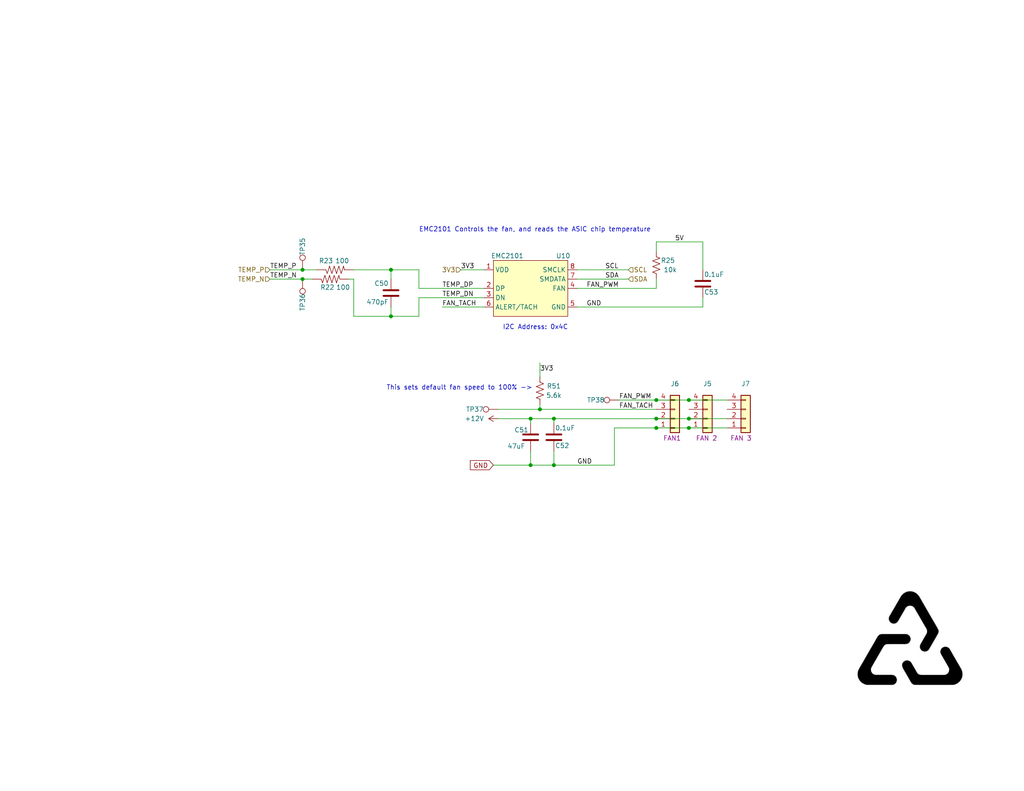
<source format=kicad_sch>
(kicad_sch (version 20250114) (generator "eeschema") (generator_version "9.0")
  (paper "A")
  (title_block (title "bitaxeGamma 605 Kit") (date "2025-12-20") (rev "605 A01") (company "Oconical") (comment 1 "12VDC  input. Larger Parts For Eductional Soldering Kit ") (comment 2 "Uses Socket 115x CPU Heat Sink") (comment 3 "Added external 5V regulator for better dissipatioin of U2") (comment 4 "Added 5V regulator to logic circuit ") (comment 5 "12V fan. Enhanced power filtering."))
  (lib_symbols
    (symbol "Connector:TestPoint" (pin_numbers (hide yes)) (pin_names (offset 0.762) (hide yes))
      (property "Reference" "TP" (at 0 6.858 0))
      (property "Value" "TestPoint" (at 0 5.08 0))
      (symbol "TestPoint_0_1"
        (circle (center 0 3.302) (radius 0.762))
      )
      (symbol "TestPoint_1_1"
        (pin passive line (at 0 0 90) (length 2.54) (name "1") (number "1"))
      )
    )
    (symbol "Connector_Generic:Conn_01x04" (pin_names (offset 1.016) (hide yes))
      (property "Reference" "J" (at 0 5.08 0))
      (property "Value" "Conn_01x04" (at 0 -7.62 0))
      (symbol "Conn_01x04_1_1"
        (rectangle (start -1.27 3.81) (end 1.27 -6.35) (stroke (width 0.254)) (fill (type background)))
        (rectangle (start -1.27 2.667) (end 0 2.413) (stroke (width 0.1524)))
        (rectangle (start -1.27 0.127) (end 0 -0.127) (stroke (width 0.1524)))
        (rectangle (start -1.27 -2.413) (end 0 -2.667) (stroke (width 0.1524)))
        (rectangle (start -1.27 -4.953) (end 0 -5.207) (stroke (width 0.1524)))
        (pin passive line (at -5.08 2.54 0) (length 3.81) (name "Pin_1") (number "1"))
        (pin passive line (at -5.08 0 0) (length 3.81) (name "Pin_2") (number "2"))
        (pin passive line (at -5.08 -2.54 0) (length 3.81) (name "Pin_3") (number "3"))
        (pin passive line (at -5.08 -5.08 0) (length 3.81) (name "Pin_4") (number "4"))
      )
    )
    (symbol "DayMiner-eagle-import:RESISTOR0402-RES"
      (property "Reference" "R" (at -3.81 1.4986 0))
      (property "Value" "RESISTOR0402-RES" (at -3.81 -3.302 0))
      (symbol "RESISTOR0402-RES_1_0"
        (polyline (pts (xy -2.54 0) (xy -2.159 1.016)) (stroke (width 0.1524)))
        (polyline (pts (xy -2.159 1.016) (xy -1.524 -1.016)) (stroke (width 0.1524)))
        (polyline (pts (xy -1.524 -1.016) (xy -0.889 1.016)) (stroke (width 0.1524)))
        (polyline (pts (xy -0.889 1.016) (xy -0.254 -1.016)) (stroke (width 0.1524)))
        (polyline (pts (xy -0.254 -1.016) (xy 0.381 1.016)) (stroke (width 0.1524)))
        (polyline (pts (xy 0.381 1.016) (xy 1.016 -1.016)) (stroke (width 0.1524)))
        (polyline (pts (xy 1.016 -1.016) (xy 1.651 1.016)) (stroke (width 0.1524)))
        (polyline (pts (xy 1.651 1.016) (xy 2.286 -1.016)) (stroke (width 0.1524)))
        (polyline (pts (xy 2.286 -1.016) (xy 2.54 0)) (stroke (width 0.1524)))
        (pin passive line (at -5.08 0 0) (length 2.54) (name "1") (number "1"))
        (pin passive line (at 5.08 0 180) (length 2.54) (name "2") (number "2"))
      )
    )
    (symbol "Device:C" (pin_numbers (hide yes)) (pin_names (offset 0.254))
      (property "Reference" "C" (at 0.635 2.54 0))
      (property "Value" "C" (at 0.635 -2.54 0))
      (symbol "C_0_1"
        (polyline (pts (xy -2.032 0.762) (xy 2.032 0.762)) (stroke (width 0.508)))
        (polyline (pts (xy -2.032 -0.762) (xy 2.032 -0.762)) (stroke (width 0.508)))
      )
      (symbol "C_1_1"
        (pin passive line (at 0 3.81 270) (length 2.794) (name "~") (number "1"))
        (pin passive line (at 0 -3.81 90) (length 2.794) (name "~") (number "2"))
      )
    )
    (symbol "Device:R_US" (pin_numbers (hide yes)) (pin_names (offset 0))
      (property "Reference" "R" (at 2.54 0 90))
      (property "Value" "R_US" (at -2.54 0 90))
      (symbol "R_US_0_1"
        (polyline (pts (xy 0 2.286) (xy 0 2.54)))
        (polyline (pts (xy 0 2.286) (xy 1.016 1.905) (xy 0 1.524) (xy -1.016 1.143) (xy 0 0.762)))
        (polyline (pts (xy 0 0.762) (xy 1.016 0.381) (xy 0 0) (xy -1.016 -0.381) (xy 0 -0.762)))
        (polyline (pts (xy 0 -0.762) (xy 1.016 -1.143) (xy 0 -1.524) (xy -1.016 -1.905) (xy 0 -2.286)))
        (polyline (pts (xy 0 -2.286) (xy 0 -2.54)))
      )
      (symbol "R_US_1_1"
        (pin passive line (at 0 3.81 270) (length 1.27) (name "~") (number "1"))
        (pin passive line (at 0 -3.81 90) (length 1.27) (name "~") (number "2"))
      )
    )
    (symbol "PCM_4ms_Power-symbol:+12V" (power) (pin_names (offset 0))
      (property "Value" "+12V" (at 0 3.556 0))
      (symbol "+12V_0_1"
        (polyline (pts (xy -0.762 1.27) (xy 0 2.54)))
        (polyline (pts (xy 0 2.54) (xy 0.762 1.27)))
        (polyline (pts (xy 0 0) (xy 0 2.54)))
      )
      (symbol "+12V_1_1"
        (pin power_in line (at 0 0 90) (length 0) (hide yes) (name "+12V") (number "1"))
      )
    )
    (symbol "bitaxe:EMC2101"
      (property "Reference" "U7" (at 8.89 8.89 0))
      (property "Value" "EMC2101" (at -6.35 8.89 0))
      (symbol "EMC2101_0_1"
        (rectangle (start -10.16 7.62) (end 10.16 -7.62) (stroke (width 0.1524)) (fill (type background)))
      )
      (symbol "EMC2101_1_1"
        (pin power_in line (at -12.7 5.08 0) (length 2.54) (name "VDD") (number "1"))
        (pin input line (at -12.7 0 0) (length 2.54) (name "DP") (number "2"))
        (pin input line (at -12.7 -2.54 0) (length 2.54) (name "DN") (number "3"))
        (pin input line (at -12.7 -5.08 0) (length 2.54) (name "ALERT/TACH") (number "6"))
        (pin input line (at 12.7 5.08 180) (length 2.54) (name "SMCLK") (number "8"))
        (pin input line (at 12.7 2.54 180) (length 2.54) (name "SMDATA") (number "7"))
        (pin output line (at 12.7 0 180) (length 2.54) (name "FAN") (number "4"))
        (pin power_in line (at 12.7 -5.08 180) (length 2.54) (name "GND") (number "5"))
      )
    )
  )
  (text "EMC2101 Controls the fan, and reads the ASIC chip temperature" (at 114.3 63.5 0) (effects (font (size 1.27 1.27)) (justify left bottom)))
  (text "This sets default fan speed to 100% ->" (at 105.41 106.68 0) (effects (font (size 1.27 1.27)) (justify left bottom)))
  (text "I2C Address: 0x4C" (at 137.16 90.17 0) (effects (font (size 1.27 1.27)) (justify left bottom)))
  (junction (at 179.07 109.22))
  (junction (at 82.55 73.66))
  (junction (at 187.96 109.22))
  (junction (at 82.55 76.2))
  (junction (at 151.13 114.3))
  (junction (at 179.07 116.84))
  (junction (at 187.96 114.3))
  (junction (at 106.68 86.36))
  (junction (at 147.32 111.76))
  (junction (at 144.78 114.3))
  (junction (at 187.96 116.84))
  (junction (at 106.68 73.66))
  (junction (at 179.07 114.3))
  (junction (at 144.78 127))
  (junction (at 151.13 127))
  (wire (pts (xy 157.48 73.66) (xy 171.45 73.66)))
  (wire (pts (xy 144.78 123.19) (xy 144.78 127)))
  (wire (pts (xy 132.08 78.74) (xy 114.3 78.74)))
  (wire (pts (xy 151.13 127) (xy 167.64 127)))
  (wire (pts (xy 135.89 111.76) (xy 147.32 111.76)))
  (wire (pts (xy 144.78 127) (xy 151.13 127)))
  (wire (pts (xy 179.07 66.04) (xy 191.77 66.04)))
  (wire (pts (xy 167.64 116.84) (xy 167.64 127)))
  (wire (pts (xy 168.91 109.22) (xy 179.07 109.22)))
  (wire (pts (xy 179.07 114.3) (xy 187.96 114.3)))
  (wire (pts (xy 120.65 83.82) (xy 132.08 83.82)))
  (wire (pts (xy 147.32 111.76) (xy 179.07 111.76)))
  (wire (pts (xy 187.96 109.22) (xy 198.374 109.22)))
  (wire (pts (xy 157.48 76.2) (xy 171.45 76.2)))
  (wire (pts (xy 144.78 114.3) (xy 151.13 114.3)))
  (wire (pts (xy 187.96 116.84) (xy 198.374 116.84)))
  (wire (pts (xy 179.07 109.22) (xy 187.96 109.22)))
  (wire (pts (xy 114.3 81.28) (xy 114.3 86.36)))
  (wire (pts (xy 125.73 73.66) (xy 132.08 73.66)))
  (wire (pts (xy 187.96 114.3) (xy 198.374 114.3)))
  (wire (pts (xy 179.07 116.84) (xy 187.96 116.84)))
  (wire (pts (xy 191.77 81.28) (xy 191.77 83.82)))
  (wire (pts (xy 82.55 73.66) (xy 86.36 73.66)))
  (wire (pts (xy 191.77 66.04) (xy 191.77 73.66)))
  (wire (pts (xy 96.52 86.36) (xy 106.68 86.36)))
  (wire (pts (xy 179.07 66.04) (xy 179.07 68.58)))
  (wire (pts (xy 96.52 76.2) (xy 96.52 86.36)))
  (wire (pts (xy 151.13 114.3) (xy 179.07 114.3)))
  (wire (pts (xy 114.3 73.66) (xy 106.68 73.66)))
  (wire (pts (xy 151.13 114.3) (xy 151.13 115.57)))
  (wire (pts (xy 114.3 86.36) (xy 106.68 86.36)))
  (wire (pts (xy 179.07 78.74) (xy 179.07 76.2)))
  (wire (pts (xy 167.64 116.84) (xy 179.07 116.84)))
  (wire (pts (xy 96.52 76.2) (xy 95.25 76.2)))
  (wire (pts (xy 157.48 83.82) (xy 191.77 83.82)))
  (wire (pts (xy 82.55 76.2) (xy 85.09 76.2)))
  (wire (pts (xy 147.32 110.49) (xy 147.32 111.76)))
  (wire (pts (xy 132.08 81.28) (xy 114.3 81.28)))
  (wire (pts (xy 106.68 73.66) (xy 106.68 76.2)))
  (wire (pts (xy 157.48 78.74) (xy 179.07 78.74)))
  (wire (pts (xy 135.89 114.3) (xy 144.78 114.3)))
  (wire (pts (xy 134.62 127) (xy 144.78 127)))
  (wire (pts (xy 144.78 114.3) (xy 144.78 115.57)))
  (wire (pts (xy 114.3 78.74) (xy 114.3 73.66)))
  (wire (pts (xy 106.68 83.82) (xy 106.68 86.36)))
  (wire (pts (xy 73.66 76.2) (xy 82.55 76.2)))
  (wire (pts (xy 147.32 99.06) (xy 147.32 102.87)))
  (wire (pts (xy 106.68 73.66) (xy 96.52 73.66)))
  (wire (pts (xy 151.13 123.19) (xy 151.13 127)))
  (wire (pts (xy 73.66 73.66) (xy 82.55 73.66)))
  (image (at 246.38 174.244) (scale 0.799554))
  (label "5V" (at 184.15 66.04 0))
  (label "FAN_PWM" (at 160.02 78.74 0))
  (label "TEMP_DN" (at 120.65 81.28 0))
  (label "GND" (at 160.02 83.82 0))
  (label "TEMP_P" (at 73.66 73.66 0))
  (label "SCL" (at 165.1 73.66 0))
  (label "3V3" (at 147.32 101.6 0))
  (label "FAN_TACH" (at 120.65 83.82 0))
  (label "GND" (at 157.48 127 0))
  (label "FAN_PWM" (at 168.91 109.22 0))
  (label "3V3" (at 125.73 73.66 0))
  (label "SDA" (at 165.1 76.2 0))
  (label "TEMP_DP" (at 120.65 78.74 0))
  (label "TEMP_N" (at 73.66 76.2 0))
  (label "FAN_TACH" (at 168.91 111.76 0))
  (global_label "GND" (shape input) (at 134.62 127 180) (property "Intersheetrefs" "${INTERSHEET_REFS}" (effects (hide yes))))
  (hierarchical_label "TEMP_P" (shape input) (at 73.66 73.66 180))
  (hierarchical_label "TEMP_N" (shape input) (at 73.66 76.2 180))
  (hierarchical_label "SCL" (shape input) (at 171.45 73.66 0))
  (hierarchical_label "3V3" (shape input) (at 125.73 73.66 180))
  (hierarchical_label "SDA" (shape input) (at 171.45 76.2 0))
  (symbol (lib_id "Connector_Generic:Conn_01x04") (at 203.454 114.3 0) (mirror x) (unit 1)
    (property "Reference" "J7" (at 203.454 104.775 0))
    (property "Value" "Conn_01x04" (effects (hide yes)))
    (property "Footprint" "bitaxe:470531000" (effects (hide yes)))
    (property "Description" "FAN 3" (at 202.184 119.634 0))
    (property "PARTNO" "0470531000" (effects (hide yes)))
    (property "DK" "WM4330-ND" (effects (hide yes)))
  )
  (symbol (lib_id "Connector:TestPoint") (at 168.91 109.22 90) (mirror x) (unit 1) (in_bom no)
    (property "Reference" "TP38" (at 162.56 109.22 90))
    (property "Value" "TestPoint" (effects (hide yes)))
    (property "Footprint" "TestPoint:TestPoint_Pad_D1.5mm" (effects (hide yes)))
  )
  (symbol (lib_id "Device:R_US") (at 147.32 106.68 180) (unit 1)
    (property "Reference" "R51" (at 151.13 105.41 0))
    (property "Value" "5.6k" (at 151.13 107.95 0))
    (property "Footprint" "Resistor_SMD:R_0805_2012Metric_Pad1.20x1.40mm_HandSolder" (effects (hide yes)))
    (property "DK" "541-3221-1-ND" (effects (hide yes)))
    (property "PARTNO" "TNPW08055K60BEEA" (effects (hide yes)))
  )
  (symbol (lib_id "PCM_4ms_Power-symbol:+12V") (at 135.89 114.3 90) (unit 1)
    (property "Reference" "#PWR012" (effects (hide yes)))
    (property "Value" "+12V" (at 132.08 114.2999 90) (effects (justify left)))
  )
  (symbol (lib_id "Device:C") (at 151.13 119.38 0) (unit 1)
    (property "Reference" "C52" (at 153.416 121.666 0))
    (property "Value" "0.1uF" (at 154.178 116.84 0))
    (property "Footprint" "Capacitor_SMD:C_1206_3216Metric_Pad1.33x1.80mm_HandSolder" (effects (hide yes)))
    (property "Description" "CAP1206 COG .1UF 5% 50V" (effects (hide yes)))
    (property "DK" "4713-GMC31CG104J50NTCT" (effects (hide yes)))
    (property "PARTNO" "GMC31CG104J50NT" (effects (hide yes)))
  )
  (symbol (lib_id "Device:C") (at 106.68 80.01 0) (mirror y) (unit 1)
    (property "Reference" "C50" (at 106.045 78.105 0) (effects (justify left bottom)))
    (property "Value" "470pF" (at 106.045 83.185 0) (effects (justify left bottom)))
    (property "Footprint" "Capacitor_SMD:C_0805_2012Metric_Pad1.18x1.45mm_HandSolder" (effects (hide yes)))
    (property "DK" "4713-GMC21CG471K25NTCT-ND" (effects (hide yes)))
    (property "PARTNO" "GMC21CG471K25NT" (effects (hide yes)))
  )
  (symbol (lib_id "Device:C") (at 144.78 119.38 0) (unit 1)
    (property "Reference" "C51" (at 140.335 118.11 0) (effects (justify left bottom)))
    (property "Value" "47uF" (at 138.43 122.555 0) (effects (justify left bottom)))
    (property "Footprint" "Capacitor_SMD:C_1210_3225Metric" (effects (hide yes)))
    (property "DK" "1276-3376-1-ND" (effects (hide yes)))
    (property "PARTNO" "CL32A476KOJNNNE" (effects (hide yes)))
  )
  (symbol (lib_id "Connector_Generic:Conn_01x04") (at 193.04 114.3 0) (mirror x) (unit 1)
    (property "Reference" "J5" (at 193.04 104.775 0))
    (property "Value" "Conn_01x04" (effects (hide yes)))
    (property "Footprint" "bitaxe:470531000" (effects (hide yes)))
    (property "Description" "FAN 2" (at 192.786 119.634 0))
    (property "PARTNO" "0470531000" (effects (hide yes)))
    (property "DK" "WM4330-ND" (effects (hide yes)))
  )
  (symbol (lib_id "Connector:TestPoint") (at 82.55 73.66 0) (unit 1) (in_bom no)
    (property "Reference" "TP35" (at 82.55 67.31 90))
    (property "Value" "TestPoint" (effects (hide yes)))
    (property "Footprint" "TestPoint:TestPoint_Pad_D1.5mm" (effects (hide yes)))
  )
  (symbol (lib_id "Connector_Generic:Conn_01x04") (at 184.15 114.3 0) (mirror x) (unit 1)
    (property "Reference" "J6" (at 184.15 104.775 0))
    (property "Value" "Conn_01x04" (effects (hide yes)))
    (property "Footprint" "bitaxe:470531000" (effects (hide yes)))
    (property "Description" "FAN1" (at 183.388 119.634 0))
    (property "PARTNO" "0470531000" (effects (hide yes)))
    (property "DK" "WM4330-ND" (effects (hide yes)))
  )
  (symbol (lib_id "Connector:TestPoint") (at 82.55 76.2 180) (unit 1) (in_bom no)
    (property "Reference" "TP36" (at 82.55 82.55 90))
    (property "Value" "TestPoint" (effects (hide yes)))
    (property "Footprint" "TestPoint:TestPoint_Pad_D1.5mm" (effects (hide yes)))
  )
  (symbol (lib_id "DayMiner-eagle-import:RESISTOR0402-RES") (at 91.44 73.66 0) (mirror x) (unit 1)
    (property "Reference" "R23" (at 86.995 70.485 0) (effects (justify left bottom)))
    (property "Value" "100" (at 91.44 70.485 0) (effects (justify left bottom)))
    (property "Footprint" "Resistor_SMD:R_0805_2012Metric_Pad1.20x1.40mm_HandSolder" (effects (hide yes)))
    (property "DK" "541-4374-1-ND " (effects (hide yes)))
    (property "PARTNO" "TNPW0805100RFEEA" (effects (hide yes)))
  )
  (symbol (lib_id "Device:C") (at 191.77 77.47 0) (unit 1)
    (property "Reference" "C53" (at 194.056 79.756 0))
    (property "Value" "0.1uF" (at 194.818 74.93 0))
    (property "Footprint" "Capacitor_SMD:C_1206_3216Metric_Pad1.33x1.80mm_HandSolder" (effects (hide yes)))
    (property "Description" "CAP1206 COG .1UF 5% 50V" (effects (hide yes)))
    (property "DK" "4713-GMC31CG104J50NTCT" (effects (hide yes)))
    (property "PARTNO" "GMC31CG104J50NT" (effects (hide yes)))
  )
  (symbol (lib_id "Connector:TestPoint") (at 135.89 111.76 90) (mirror x) (unit 1) (in_bom no)
    (property "Reference" "TP37" (at 129.54 111.76 90))
    (property "Value" "TestPoint" (effects (hide yes)))
    (property "Footprint" "TestPoint:TestPoint_Pad_D1.5mm" (effects (hide yes)))
  )
  (symbol (lib_id "DayMiner-eagle-import:RESISTOR0402-RES") (at 90.17 76.2 0) (mirror x) (unit 1)
    (property "Reference" "R22" (at 87.376 77.724 0) (effects (justify left bottom)))
    (property "Value" "100" (at 91.694 77.724 0) (effects (justify left bottom)))
    (property "Footprint" "Resistor_SMD:R_0805_2012Metric_Pad1.20x1.40mm_HandSolder" (effects (hide yes)))
    (property "DK" "541-4374-1-ND " (effects (hide yes)))
    (property "PARTNO" "TNPW0805100RFEEA" (effects (hide yes)))
  )
  (symbol (lib_id "Device:R_US") (at 179.07 72.39 180) (unit 1)
    (property "Reference" "R25" (at 182.245 71.12 0))
    (property "Value" "10k" (at 182.88 73.66 0))
    (property "Footprint" "Resistor_SMD:R_0805_2012Metric_Pad1.20x1.40mm_HandSolder" (effects (hide yes)))
    (property "DK" "541-3914-1-ND" (effects (hide yes)))
    (property "PARTNO" "TNPW080510K0DEEA" (effects (hide yes)))
  )
  (symbol (lib_id "bitaxe:EMC2101") (at 144.78 78.74 0) (unit 1)
    (property "Reference" "U10" (at 153.67 69.85 0))
    (property "Value" "EMC2101" (at 138.43 69.85 0))
    (property "Footprint" "Package_SO:TSSOP-8_3x3mm_P0.65mm" (effects (hide yes)))
    (property "Datasheet" "https://ww1.microchip.com/downloads/en/DeviceDoc/2101.pdf" (effects (hide yes)))
    (property "DK" "EMC2101-R-ACZL-CT-ND" (effects (hide yes)))
    (property "PARTNO" "EMC2101-R-ACZL-TR" (effects (hide yes)))
  )
)
</source>
